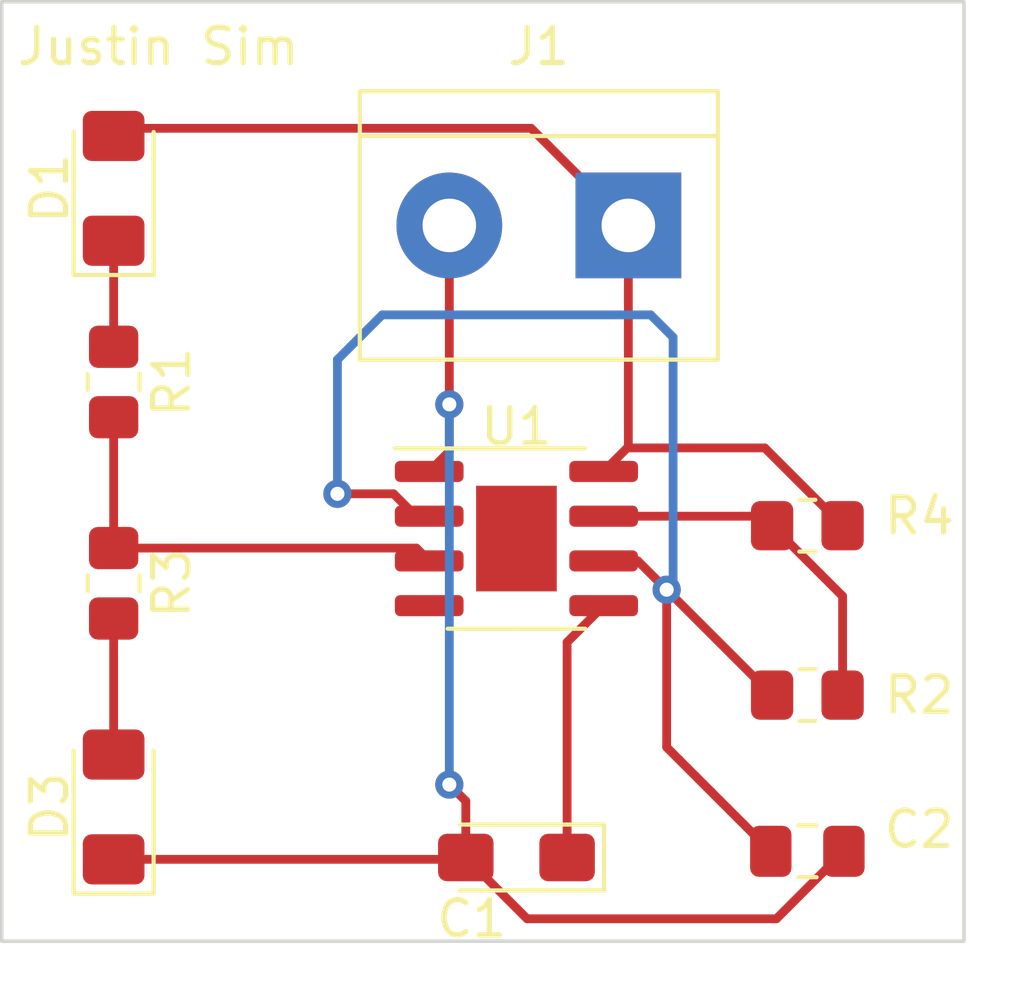
<source format=kicad_pcb>
(kicad_pcb (version 20211014) (generator pcbnew)
  (layers (0 "F.Cu" signal) (31 "B.Cu" signal) (34 "B.Paste" user) (35 "F.Paste" user) (36 "B.SilkS" user "B.Silkscreen") (37 "F.SilkS" user "F.Silkscreen") (38 "B.Mask" user) (39 "F.Mask" user) (44 "Edge.Cuts" user))
  (net 0 "")
  (net 1 "Net-(C1-Pad1)")
  (net 2 "GND")
  (net 3 "/pin_2")
  (net 4 "Net-(D1-Pad1)")
  (net 5 "+9V")
  (net 6 "Net-(D3-Pad2)")
  (net 7 "/pin_3")
  (net 8 "Net-(R2-Pad1)")
  (net 9 "/9V")
  (footprint "TerminalBlock:TerminalBlock_bornier-2_P5.08mm" (layer "F.Cu") (at 144.78 76.835 180)
    (fp_text reference "J1" (at 2.54 5.08) (layer "F.SilkS"))
    (fp_text value " ")
    (fp_line (start 7.62 -3.81) (end -2.54 -3.81) (layer "F.SilkS") (width 0.12))
    (fp_line (start 7.62 3.81) (end 7.62 -3.81) (layer "F.SilkS") (width 0.12))
    (fp_line (start -2.54 3.81) (end 7.62 3.81) (layer "F.SilkS") (width 0.12))
    (fp_line (start 7.62 2.54) (end -2.54 2.54) (layer "F.SilkS") (width 0.12))
    (fp_line (start -2.54 -3.81) (end -2.54 3.81) (layer "F.SilkS") (width 0.12))
    (pad "1" thru_hole rect (at 0 0 180) (size 3 3) (drill 1.52) (layers *.Cu *.Mask) (net 5 "+9V"))
    (pad "2" thru_hole circle (at 5.08 0 180) (size 3 3) (drill 1.52) (layers *.Cu *.Mask) (net 2 "GND"))
  )
  (footprint "Resistor_SMD:R_0805_2012Metric_Pad1.20x1.40mm_HandSolder" (layer "F.Cu") (at 149.86 90.17 180)
    (fp_text reference "R2" (at -3.175 0) (layer "F.SilkS"))
    (fp_text value "10K")
    (fp_line (start -0.227064 -0.735) (end 0.227064 -0.735) (layer "F.SilkS") (width 0.12))
    (fp_line (start -0.227064 0.735) (end 0.227064 0.735) (layer "F.SilkS") (width 0.12))
    (pad "1" smd roundrect (at -1 0 180) (size 1.2 1.4) (layers "F.Cu" "F.Paste" "F.Mask") (roundrect_rratio 0.2083333333) (net 8 "Net-(R2-Pad1)"))
    (pad "2" smd roundrect (at 1 0 180) (size 1.2 1.4) (layers "F.Cu" "F.Paste" "F.Mask") (roundrect_rratio 0.2083333333) (net 3 "/pin_2"))
  )
  (footprint "Capacitor_SMD:C_0805_2012Metric_Pad1.18x1.45mm_HandSolder" (layer "F.Cu") (at 149.86 94.605)
    (fp_text reference "C2" (at 3.175 -0.625) (layer "F.SilkS"))
    (fp_text value "10 uF")
    (fp_line (start -0.261252 -0.735) (end 0.261252 -0.735) (layer "F.SilkS") (width 0.12))
    (fp_line (start -0.261252 0.735) (end 0.261252 0.735) (layer "F.SilkS") (width 0.12))
    (pad "2" smd roundrect (at -1.0375 0) (size 1.175 1.45) (layers "F.Cu" "F.Paste" "F.Mask") (roundrect_rratio 0.2127659574) (net 3 "/pin_2"))
    (pad "2" smd roundrect (at 1.0375 0) (size 1.175 1.45) (layers "F.Cu" "F.Paste" "F.Mask") (roundrect_rratio 0.2127659574) (net 2 "GND"))
  )
  (footprint "Capacitor_Tantalum_SMD:CP_EIA-3216-18_Kemet-A_Pad1.58x1.35mm_HandSolder" (layer "F.Cu") (at 141.605 94.78 180)
    (fp_text reference "C1" (at 1.27 -1.74) (layer "F.SilkS"))
    (fp_text value "0.01 uF")
    (fp_line (start -2.485 0.935) (end 1.6 0.935) (layer "F.SilkS") (width 0.12))
    (fp_line (start -2.485 -0.935) (end -2.485 0.935) (layer "F.SilkS") (width 0.12))
    (fp_line (start 1.6 -0.935) (end -2.485 -0.935) (layer "F.SilkS") (width 0.12))
    (pad "1" smd roundrect (at -1.4375 0 180) (size 1.575 1.35) (layers "F.Cu" "F.Paste" "F.Mask") (roundrect_rratio 0.1851851852) (net 1 "Net-(C1-Pad1)"))
    (pad "2" smd roundrect (at 1.4375 0 180) (size 1.575 1.35) (layers "F.Cu" "F.Paste" "F.Mask") (roundrect_rratio 0.1851851852) (net 2 "GND"))
  )
  (footprint "LED_SMD:LED_1206_3216Metric_Pad1.42x1.75mm_HandSolder" (layer "F.Cu") (at 130.175 93.345 90)
    (fp_text reference "D3" (at 0 -1.82 90) (layer "F.SilkS"))
    (fp_text value "LED")
    (fp_line (start -2.46 1.135) (end 1.6 1.135) (layer "F.SilkS") (width 0.12))
    (fp_line (start 1.6 -1.135) (end -2.46 -1.135) (layer "F.SilkS") (width 0.12))
    (fp_line (start -2.46 -1.135) (end -2.46 1.135) (layer "F.SilkS") (width 0.12))
    (pad "1" smd roundrect (at -1.4875 0 90) (size 1.425 1.75) (layers "F.Cu" "F.Paste" "F.Mask") (roundrect_rratio 0.1754392982) (net 2 "GND"))
    (pad "2" smd roundrect (at 1.4875 0 90) (size 1.425 1.75) (layers "F.Cu" "F.Paste" "F.Mask") (roundrect_rratio 0.1754392982) (net 6 "Net-(D3-Pad2)"))
  )
  (footprint "Resistor_SMD:R_0805_2012Metric_Pad1.20x1.40mm_HandSolder" (layer "F.Cu") (at 149.86 85.36 180)
    (fp_text reference "R4" (at -3.175 0.27) (layer "F.SilkS"))
    (fp_text value "1K")
    (fp_line (start -0.227064 0.735) (end 0.227064 0.735) (layer "F.SilkS") (width 0.12))
    (fp_line (start -0.227064 -0.735) (end 0.227064 -0.735) (layer "F.SilkS") (width 0.12))
    (pad "1" smd roundrect (at -1 0 180) (size 1.2 1.4) (layers "F.Cu" "F.Paste" "F.Mask") (roundrect_rratio 0.2083333333) (net 5 "+9V"))
    (pad "2" smd roundrect (at 1 0 180) (size 1.2 1.4) (layers "F.Cu" "F.Paste" "F.Mask") (roundrect_rratio 0.2083333333) (net 8 "Net-(R2-Pad1)"))
  )
  (footprint "LED_SMD:LED_1206_3216Metric_Pad1.42x1.75mm_HandSolder" (layer "F.Cu") (at 130.175 75.7825 90)
    (fp_text reference "D1" (at 0 -1.82 90) (layer "F.SilkS"))
    (fp_text value "LED")
    (fp_line (start 1.6 -1.135) (end -2.46 -1.135) (layer "F.SilkS") (width 0.12))
    (fp_line (start -2.46 -1.135) (end -2.46 1.135) (layer "F.SilkS") (width 0.12))
    (fp_line (start -2.46 1.135) (end 1.6 1.135) (layer "F.SilkS") (width 0.12))
    (pad "1" smd roundrect (at -1.4875 0 90) (size 1.425 1.75) (layers "F.Cu" "F.Paste" "F.Mask") (roundrect_rratio 0.1754392982) (net 4 "Net-(D1-Pad1)"))
    (pad "2" smd roundrect (at 1.4875 0 90) (size 1.425 1.75) (layers "F.Cu" "F.Paste" "F.Mask") (roundrect_rratio 0.1754392982) (net 5 "+9V"))
  )
  (footprint "Package_SO:SOIC-8-1EP_3.9x4.9mm_P1.27mm_EP2.29x3mm" (layer "F.Cu") (at 141.605 85.725)
    (fp_text reference "U1" (at 0 -3.175) (layer "F.SilkS"))
    (fp_text value "555 Timer")
    (fp_line (start 0 -2.56) (end 1.95 -2.56) (layer "F.SilkS") (width 0.12))
    (fp_line (start 0 2.56) (end 1.95 2.56) (layer "F.SilkS") (width 0.12))
    (fp_line (start 0 -2.56) (end -3.45 -2.56) (layer "F.SilkS") (width 0.12))
    (fp_line (start 0 2.56) (end -1.95 2.56) (layer "F.SilkS") (width 0.12))
    (pad "1" smd roundrect (at -2.475 -1.905) (size 1.95 0.6) (layers "F.Cu" "F.Paste" "F.Mask") (net 2 "GND"))
    (pad "2" smd roundrect (at -2.475 -0.635) (size 1.95 0.6) (layers "F.Cu" "F.Paste" "F.Mask") (net 3 "/pin_2"))
    (pad "3" smd roundrect (at -2.475 0.635) (size 1.95 0.6) (layers "F.Cu" "F.Paste" "F.Mask") (net 7 "/pin_3"))
    (pad "4" smd roundrect (at -2.475 1.905) (size 1.95 0.6) (layers "F.Cu" "F.Paste" "F.Mask") (net 9 "/9V"))
    (pad "5" smd roundrect (at 2.475 1.905) (size 1.95 0.6) (layers "F.Cu" "F.Paste" "F.Mask") (net 1 "Net-(C1-Pad1)"))
    (pad "6" smd roundrect (at 2.475 0.635) (size 1.95 0.6) (layers "F.Cu" "F.Paste" "F.Mask") (net 3 "/pin_2"))
    (pad "7" smd roundrect (at 2.475 -0.635) (size 1.95 0.6) (layers "F.Cu" "F.Paste" "F.Mask") (net 8 "Net-(R2-Pad1)"))
    (pad "8" smd roundrect (at 2.475 -1.905) (size 1.95 0.6) (layers "F.Cu" "F.Paste" "F.Mask") (net 5 "+9V"))
    (pad "9" smd rect (at 0 0) (size 2.29 3) (layers "F.Cu" "F.Mask"))
  )
  (footprint "Resistor_SMD:R_0805_2012Metric_Pad1.20x1.40mm_HandSolder" (layer "F.Cu") (at 130.175 81.28 -90)
    (fp_text reference "R1" (at 0 -1.65 90) (layer "F.SilkS"))
    (fp_text value "1K")
    (fp_line (start -0.227064 -0.735) (end 0.227064 -0.735) (layer "F.SilkS") (width 0.12))
    (fp_line (start -0.227064 0.735) (end 0.227064 0.735) (layer "F.SilkS") (width 0.12))
    (pad "1" smd roundrect (at -1 0 270) (size 1.2 1.4) (layers "F.Cu" "F.Paste" "F.Mask") (roundrect_rratio 0.2083333333) (net 4 "Net-(D1-Pad1)"))
    (pad "2" smd roundrect (at 1 0 270) (size 1.2 1.4) (layers "F.Cu" "F.Paste" "F.Mask") (roundrect_rratio 0.2083333333) (net 7 "/pin_3"))
  )
  (footprint "Resistor_SMD:R_0805_2012Metric_Pad1.20x1.40mm_HandSolder" (layer "F.Cu") (at 130.175 86.995 -90)
    (fp_text reference "R3" (at 0 -1.65 90) (layer "F.SilkS"))
    (fp_text value "1K")
    (fp_line (start -0.227064 0.735) (end 0.227064 0.735) (layer "F.SilkS") (width 0.12))
    (fp_line (start -0.227064 -0.735) (end 0.227064 -0.735) (layer "F.SilkS") (width 0.12))
    (pad "1" smd roundrect (at -1 0 270) (size 1.2 1.4) (layers "F.Cu" "F.Paste" "F.Mask") (roundrect_rratio 0.2083333333) (net 7 "/pin_3"))
    (pad "2" smd roundrect (at 1 0 270) (size 1.2 1.4) (layers "F.Cu" "F.Paste" "F.Mask") (roundrect_rratio 0.2083333333) (net 6 "Net-(D3-Pad2)"))
  )
  (gr_rect (start 127 70.485) (end 154.305 97.155) (layer "Edge.Cuts") (width 0.1) (fill none))
  (gr_text "Justin Sim\n" (at 131.445 71.755) (layer "F.SilkS") (effects (font (size 1 1))))
  (segment (start 143.0425 94.78) (end 143.0425 88.6675) (width 0.25) (layer "F.Cu") (net 1))
  (segment (start 143.0425 88.6675) (end 144.08 87.63) (width 0.25) (layer "F.Cu") (net 1))
  (segment (start 139.7 83.25) (end 139.13 83.82) (width 0.25) (layer "F.Cu") (net 2))
  (segment (start 130.175 94.8325) (end 140.115 94.8325) (width 0.25) (layer "F.Cu") (net 2))
  (segment (start 139.7 76.835) (end 139.7 81.915) (width 0.25) (layer "F.Cu") (net 2))
  (segment (start 150.8975 94.605) (end 148.9825 96.52) (width 0.25) (layer "F.Cu") (net 2))
  (segment (start 140.1675 94.78) (end 140.1675 93.1775) (width 0.25) (layer "F.Cu") (net 2))
  (segment (start 148.9825 96.52) (end 141.9075 96.52) (width 0.25) (layer "F.Cu") (net 2))
  (segment (start 140.115 94.8325) (end 140.1675 94.78) (width 0.25) (layer "F.Cu") (net 2))
  (segment (start 139.7 81.915) (end 139.7 83.25) (width 0.25) (layer "F.Cu") (net 2))
  (segment (start 141.9075 96.52) (end 140.1675 94.78) (width 0.25) (layer "F.Cu") (net 2))
  (segment (start 140.1675 93.1775) (end 139.7 92.71) (width 0.25) (layer "F.Cu") (net 2))
  (via (at 139.7 81.915) (size 0.8) (drill 0.4) (layers "F.Cu" "B.Cu") (net 2))
  (via (at 139.7 92.71) (size 0.8) (drill 0.4) (layers "F.Cu" "B.Cu") (net 2))
  (segment (start 139.7 92.71) (end 139.7 81.915) (width 0.25) (layer "B.Cu") (net 2))
  (segment (start 138.118249 84.455) (end 136.525 84.455) (width 0.25) (layer "F.Cu") (net 3))
  (segment (start 148.86 90.17) (end 145.8675 87.1775) (width 0.25) (layer "F.Cu") (net 3))
  (segment (start 145.8675 91.65) (end 145.8675 87.1775) (width 0.25) (layer "F.Cu") (net 3))
  (segment (start 138.753249 85.09) (end 138.118249 84.455) (width 0.25) (layer "F.Cu") (net 3))
  (segment (start 145.8675 87.1775) (end 145.05 86.36) (width 0.25) (layer "F.Cu") (net 3))
  (segment (start 148.8225 94.605) (end 145.8675 91.65) (width 0.25) (layer "F.Cu") (net 3))
  (segment (start 139.13 85.09) (end 138.753249 85.09) (width 0.25) (layer "F.Cu") (net 3))
  (segment (start 145.05 86.36) (end 144.08 86.36) (width 0.25) (layer "F.Cu") (net 3))
  (via (at 136.525 84.455) (size 0.8) (drill 0.4) (layers "F.Cu" "B.Cu") (net 3))
  (via (at 145.8675 87.1775) (size 0.8) (drill 0.4) (layers "F.Cu" "B.Cu") (net 3))
  (segment (start 137.795 79.375) (end 145.415 79.375) (width 0.25) (layer "B.Cu") (net 3))
  (segment (start 146.05 80.01) (end 146.05 86.995) (width 0.25) (layer "B.Cu") (net 3))
  (segment (start 146.05 86.995) (end 145.8675 87.1775) (width 0.25) (layer "B.Cu") (net 3))
  (segment (start 136.525 84.455) (end 136.525 80.645) (width 0.25) (layer "B.Cu") (net 3))
  (segment (start 145.8675 87.1775) (end 145.8675 87.057195) (width 0.25) (layer "B.Cu") (net 3))
  (segment (start 136.525 80.645) (end 137.795 79.375) (width 0.25) (layer "B.Cu") (net 3))
  (segment (start 145.415 79.375) (end 146.05 80.01) (width 0.25) (layer "B.Cu") (net 3))
  (segment (start 130.175 77.0525) (end 130.175 80.28) (width 0.25) (layer "F.Cu") (net 4))
  (segment (start 144.7475 83.1525) (end 144.08 83.82) (width 0.25) (layer "F.Cu") (net 5))
  (segment (start 142.0225 74.0775) (end 144.78 76.835) (width 0.25) (layer "F.Cu") (net 5))
  (segment (start 144.78 76.835) (end 144.78 83.12) (width 0.25) (layer "F.Cu") (net 5))
  (segment (start 150.86 85.36) (end 148.6525 83.1525) (width 0.25) (layer "F.Cu") (net 5))
  (segment (start 130.175 74.0775) (end 142.0225 74.0775) (width 0.25) (layer "F.Cu") (net 5))
  (segment (start 148.6525 83.1525) (end 144.7475 83.1525) (width 0.25) (layer "F.Cu") (net 5))
  (segment (start 144.78 83.12) (end 144.7475 83.1525) (width 0.25) (layer "F.Cu") (net 5))
  (segment (start 130.175 87.995) (end 130.175 91.8575) (width 0.25) (layer "F.Cu") (net 6))
  (segment (start 130.175 85.995) (end 138.765 85.995) (width 0.25) (layer "F.Cu") (net 7))
  (segment (start 130.175 82.28) (end 130.175 85.995) (width 0.25) (layer "F.Cu") (net 7))
  (segment (start 138.765 85.995) (end 139.13 86.36) (width 0.25) (layer "F.Cu") (net 7))
  (segment (start 148.59 85.09) (end 148.86 85.36) (width 0.25) (layer "F.Cu") (net 8))
  (segment (start 150.86 87.36) (end 150.86 90.17) (width 0.25) (layer "F.Cu") (net 8))
  (segment (start 148.86 85.36) (end 150.86 87.36) (width 0.25) (layer "F.Cu") (net 8))
  (segment (start 144.08 85.09) (end 148.59 85.09) (width 0.25) (layer "F.Cu") (net 8))
)
</source>
